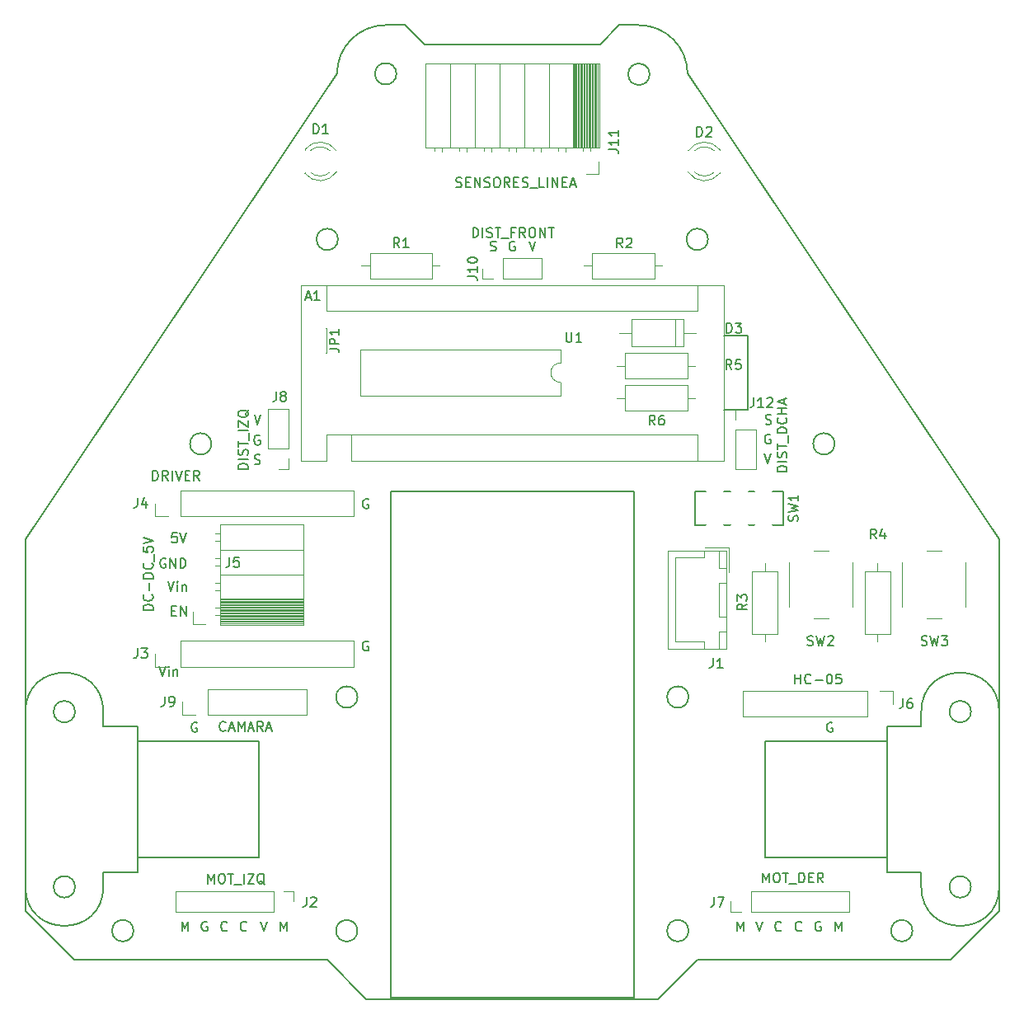
<source format=gto>
G04 #@! TF.FileFunction,Legend,Top*
%FSLAX46Y46*%
G04 Gerber Fmt 4.6, Leading zero omitted, Abs format (unit mm)*
G04 Created by KiCad (PCBNEW 4.0.6) date 08/01/17 14:17:50*
%MOMM*%
%LPD*%
G01*
G04 APERTURE LIST*
%ADD10C,0.100000*%
%ADD11C,0.150000*%
%ADD12C,0.200000*%
%ADD13C,0.120000*%
%ADD14R,2.100000X2.100000*%
%ADD15O,2.100000X2.100000*%
%ADD16R,2.000000X2.000000*%
%ADD17O,2.000000X2.000000*%
%ADD18R,2.200000X2.200000*%
%ADD19C,2.200000*%
%ADD20O,2.200000X2.200000*%
%ADD21R,2.150000X2.150000*%
%ADD22C,2.150000*%
%ADD23R,1.670000X1.370000*%
%ADD24C,2.000000*%
%ADD25C,1.800000*%
%ADD26R,2.000000X2.800000*%
%ADD27O,2.000000X2.800000*%
%ADD28C,2.400000*%
%ADD29R,1.750000X1.750000*%
%ADD30O,1.750000X1.750000*%
G04 APERTURE END LIST*
D10*
D11*
X61000000Y100000000D02*
X63000000Y100000000D01*
X37000000Y100000000D02*
X39000000Y100000000D01*
X59000000Y98000000D02*
X61000000Y100000000D01*
X41000000Y98000000D02*
X59000000Y98000000D01*
X39000000Y100000000D02*
X41000000Y98000000D01*
X100000000Y47200000D02*
X68000000Y95000000D01*
X68000000Y95000000D02*
G75*
G03X63000000Y100000000I-5000000J0D01*
G01*
X32000000Y95000000D02*
X0Y47200000D01*
X37000000Y100000000D02*
G75*
G03X32000000Y95000000I0J-5000000D01*
G01*
X83100000Y57000000D02*
G75*
G03X83100000Y57000000I-1100000J0D01*
G01*
X19100000Y57000000D02*
G75*
G03X19100000Y57000000I-1100000J0D01*
G01*
X70100000Y78000000D02*
G75*
G03X70100000Y78000000I-1100000J0D01*
G01*
X32100000Y78000000D02*
G75*
G03X32100000Y78000000I-1100000J0D01*
G01*
X74150000Y60500000D02*
X71750000Y60500000D01*
X74150000Y68100000D02*
X74150000Y60500000D01*
X71750000Y68100000D02*
X74150000Y68100000D01*
D12*
X13069048Y53247619D02*
X13069048Y54247619D01*
X13307143Y54247619D01*
X13450001Y54200000D01*
X13545239Y54104762D01*
X13592858Y54009524D01*
X13640477Y53819048D01*
X13640477Y53676190D01*
X13592858Y53485714D01*
X13545239Y53390476D01*
X13450001Y53295238D01*
X13307143Y53247619D01*
X13069048Y53247619D01*
X14640477Y53247619D02*
X14307143Y53723810D01*
X14069048Y53247619D02*
X14069048Y54247619D01*
X14450001Y54247619D01*
X14545239Y54200000D01*
X14592858Y54152381D01*
X14640477Y54057143D01*
X14640477Y53914286D01*
X14592858Y53819048D01*
X14545239Y53771429D01*
X14450001Y53723810D01*
X14069048Y53723810D01*
X15069048Y53247619D02*
X15069048Y54247619D01*
X15402381Y54247619D02*
X15735714Y53247619D01*
X16069048Y54247619D01*
X16402381Y53771429D02*
X16735715Y53771429D01*
X16878572Y53247619D02*
X16402381Y53247619D01*
X16402381Y54247619D01*
X16878572Y54247619D01*
X17878572Y53247619D02*
X17545238Y53723810D01*
X17307143Y53247619D02*
X17307143Y54247619D01*
X17688096Y54247619D01*
X17783334Y54200000D01*
X17830953Y54152381D01*
X17878572Y54057143D01*
X17878572Y53914286D01*
X17830953Y53819048D01*
X17783334Y53771429D01*
X17688096Y53723810D01*
X17307143Y53723810D01*
X47764286Y76845238D02*
X47907143Y76797619D01*
X48145239Y76797619D01*
X48240477Y76845238D01*
X48288096Y76892857D01*
X48335715Y76988095D01*
X48335715Y77083333D01*
X48288096Y77178571D01*
X48240477Y77226190D01*
X48145239Y77273810D01*
X47954762Y77321429D01*
X47859524Y77369048D01*
X47811905Y77416667D01*
X47764286Y77511905D01*
X47764286Y77607143D01*
X47811905Y77702381D01*
X47859524Y77750000D01*
X47954762Y77797619D01*
X48192858Y77797619D01*
X48335715Y77750000D01*
X50261905Y77750000D02*
X50166667Y77797619D01*
X50023810Y77797619D01*
X49880952Y77750000D01*
X49785714Y77654762D01*
X49738095Y77559524D01*
X49690476Y77369048D01*
X49690476Y77226190D01*
X49738095Y77035714D01*
X49785714Y76940476D01*
X49880952Y76845238D01*
X50023810Y76797619D01*
X50119048Y76797619D01*
X50261905Y76845238D01*
X50309524Y76892857D01*
X50309524Y77226190D01*
X50119048Y77226190D01*
X51716667Y77797619D02*
X52050000Y76797619D01*
X52383334Y77797619D01*
X75916667Y55997619D02*
X76250000Y54997619D01*
X76583334Y55997619D01*
X76511905Y57950000D02*
X76416667Y57997619D01*
X76273810Y57997619D01*
X76130952Y57950000D01*
X76035714Y57854762D01*
X75988095Y57759524D01*
X75940476Y57569048D01*
X75940476Y57426190D01*
X75988095Y57235714D01*
X76035714Y57140476D01*
X76130952Y57045238D01*
X76273810Y56997619D01*
X76369048Y56997619D01*
X76511905Y57045238D01*
X76559524Y57092857D01*
X76559524Y57426190D01*
X76369048Y57426190D01*
X76014286Y59045238D02*
X76157143Y58997619D01*
X76395239Y58997619D01*
X76490477Y59045238D01*
X76538096Y59092857D01*
X76585715Y59188095D01*
X76585715Y59283333D01*
X76538096Y59378571D01*
X76490477Y59426190D01*
X76395239Y59473810D01*
X76204762Y59521429D01*
X76109524Y59569048D01*
X76061905Y59616667D01*
X76014286Y59711905D01*
X76014286Y59807143D01*
X76061905Y59902381D01*
X76109524Y59950000D01*
X76204762Y59997619D01*
X76442858Y59997619D01*
X76585715Y59950000D01*
X23514286Y54945238D02*
X23657143Y54897619D01*
X23895239Y54897619D01*
X23990477Y54945238D01*
X24038096Y54992857D01*
X24085715Y55088095D01*
X24085715Y55183333D01*
X24038096Y55278571D01*
X23990477Y55326190D01*
X23895239Y55373810D01*
X23704762Y55421429D01*
X23609524Y55469048D01*
X23561905Y55516667D01*
X23514286Y55611905D01*
X23514286Y55707143D01*
X23561905Y55802381D01*
X23609524Y55850000D01*
X23704762Y55897619D01*
X23942858Y55897619D01*
X24085715Y55850000D01*
X23516667Y59997619D02*
X23850000Y58997619D01*
X24183334Y59997619D01*
X24061905Y57850000D02*
X23966667Y57897619D01*
X23823810Y57897619D01*
X23680952Y57850000D01*
X23585714Y57754762D01*
X23538095Y57659524D01*
X23490476Y57469048D01*
X23490476Y57326190D01*
X23538095Y57135714D01*
X23585714Y57040476D01*
X23680952Y56945238D01*
X23823810Y56897619D01*
X23919048Y56897619D01*
X24061905Y56945238D01*
X24109524Y56992857D01*
X24109524Y57326190D01*
X23919048Y57326190D01*
X82861905Y28350000D02*
X82766667Y28397619D01*
X82623810Y28397619D01*
X82480952Y28350000D01*
X82385714Y28254762D01*
X82338095Y28159524D01*
X82290476Y27969048D01*
X82290476Y27826190D01*
X82338095Y27635714D01*
X82385714Y27540476D01*
X82480952Y27445238D01*
X82623810Y27397619D01*
X82719048Y27397619D01*
X82861905Y27445238D01*
X82909524Y27492857D01*
X82909524Y27826190D01*
X82719048Y27826190D01*
X17611905Y28350000D02*
X17516667Y28397619D01*
X17373810Y28397619D01*
X17230952Y28350000D01*
X17135714Y28254762D01*
X17088095Y28159524D01*
X17040476Y27969048D01*
X17040476Y27826190D01*
X17088095Y27635714D01*
X17135714Y27540476D01*
X17230952Y27445238D01*
X17373810Y27397619D01*
X17469048Y27397619D01*
X17611905Y27445238D01*
X17659524Y27492857D01*
X17659524Y27826190D01*
X17469048Y27826190D01*
X13726191Y34147619D02*
X14059524Y33147619D01*
X14392858Y34147619D01*
X14726191Y33147619D02*
X14726191Y33814286D01*
X14726191Y34147619D02*
X14678572Y34100000D01*
X14726191Y34052381D01*
X14773810Y34100000D01*
X14726191Y34147619D01*
X14726191Y34052381D01*
X15202381Y33814286D02*
X15202381Y33147619D01*
X15202381Y33719048D02*
X15250000Y33766667D01*
X15345238Y33814286D01*
X15488096Y33814286D01*
X15583334Y33766667D01*
X15630953Y33671429D01*
X15630953Y33147619D01*
X35211905Y36700000D02*
X35116667Y36747619D01*
X34973810Y36747619D01*
X34830952Y36700000D01*
X34735714Y36604762D01*
X34688095Y36509524D01*
X34640476Y36319048D01*
X34640476Y36176190D01*
X34688095Y35985714D01*
X34735714Y35890476D01*
X34830952Y35795238D01*
X34973810Y35747619D01*
X35069048Y35747619D01*
X35211905Y35795238D01*
X35259524Y35842857D01*
X35259524Y36176190D01*
X35069048Y36176190D01*
X35211905Y51300000D02*
X35116667Y51347619D01*
X34973810Y51347619D01*
X34830952Y51300000D01*
X34735714Y51204762D01*
X34688095Y51109524D01*
X34640476Y50919048D01*
X34640476Y50776190D01*
X34688095Y50585714D01*
X34735714Y50490476D01*
X34830952Y50395238D01*
X34973810Y50347619D01*
X35069048Y50347619D01*
X35211905Y50395238D01*
X35259524Y50442857D01*
X35259524Y50776190D01*
X35069048Y50776190D01*
X15011905Y39871429D02*
X15345239Y39871429D01*
X15488096Y39347619D02*
X15011905Y39347619D01*
X15011905Y40347619D01*
X15488096Y40347619D01*
X15916667Y39347619D02*
X15916667Y40347619D01*
X16488096Y39347619D01*
X16488096Y40347619D01*
X14626191Y42847619D02*
X14959524Y41847619D01*
X15292858Y42847619D01*
X15626191Y41847619D02*
X15626191Y42514286D01*
X15626191Y42847619D02*
X15578572Y42800000D01*
X15626191Y42752381D01*
X15673810Y42800000D01*
X15626191Y42847619D01*
X15626191Y42752381D01*
X16102381Y42514286D02*
X16102381Y41847619D01*
X16102381Y42419048D02*
X16150000Y42466667D01*
X16245238Y42514286D01*
X16388096Y42514286D01*
X16483334Y42466667D01*
X16530953Y42371429D01*
X16530953Y41847619D01*
X15559524Y47847619D02*
X15083333Y47847619D01*
X15035714Y47371429D01*
X15083333Y47419048D01*
X15178571Y47466667D01*
X15416667Y47466667D01*
X15511905Y47419048D01*
X15559524Y47371429D01*
X15607143Y47276190D01*
X15607143Y47038095D01*
X15559524Y46942857D01*
X15511905Y46895238D01*
X15416667Y46847619D01*
X15178571Y46847619D01*
X15083333Y46895238D01*
X15035714Y46942857D01*
X15892857Y47847619D02*
X16226190Y46847619D01*
X16559524Y47847619D01*
X14388096Y45200000D02*
X14292858Y45247619D01*
X14150001Y45247619D01*
X14007143Y45200000D01*
X13911905Y45104762D01*
X13864286Y45009524D01*
X13816667Y44819048D01*
X13816667Y44676190D01*
X13864286Y44485714D01*
X13911905Y44390476D01*
X14007143Y44295238D01*
X14150001Y44247619D01*
X14245239Y44247619D01*
X14388096Y44295238D01*
X14435715Y44342857D01*
X14435715Y44676190D01*
X14245239Y44676190D01*
X14864286Y44247619D02*
X14864286Y45247619D01*
X15435715Y44247619D01*
X15435715Y45247619D01*
X15911905Y44247619D02*
X15911905Y45247619D01*
X16150000Y45247619D01*
X16292858Y45200000D01*
X16388096Y45104762D01*
X16435715Y45009524D01*
X16483334Y44819048D01*
X16483334Y44676190D01*
X16435715Y44485714D01*
X16388096Y44390476D01*
X16292858Y44295238D01*
X16150000Y44247619D01*
X15911905Y44247619D01*
X81661905Y7900000D02*
X81566667Y7947619D01*
X81423810Y7947619D01*
X81280952Y7900000D01*
X81185714Y7804762D01*
X81138095Y7709524D01*
X81090476Y7519048D01*
X81090476Y7376190D01*
X81138095Y7185714D01*
X81185714Y7090476D01*
X81280952Y6995238D01*
X81423810Y6947619D01*
X81519048Y6947619D01*
X81661905Y6995238D01*
X81709524Y7042857D01*
X81709524Y7376190D01*
X81519048Y7376190D01*
X79709524Y7042857D02*
X79661905Y6995238D01*
X79519048Y6947619D01*
X79423810Y6947619D01*
X79280952Y6995238D01*
X79185714Y7090476D01*
X79138095Y7185714D01*
X79090476Y7376190D01*
X79090476Y7519048D01*
X79138095Y7709524D01*
X79185714Y7804762D01*
X79280952Y7900000D01*
X79423810Y7947619D01*
X79519048Y7947619D01*
X79661905Y7900000D01*
X79709524Y7852381D01*
X77609524Y7042857D02*
X77561905Y6995238D01*
X77419048Y6947619D01*
X77323810Y6947619D01*
X77180952Y6995238D01*
X77085714Y7090476D01*
X77038095Y7185714D01*
X76990476Y7376190D01*
X76990476Y7519048D01*
X77038095Y7709524D01*
X77085714Y7804762D01*
X77180952Y7900000D01*
X77323810Y7947619D01*
X77419048Y7947619D01*
X77561905Y7900000D01*
X77609524Y7852381D01*
X75066667Y7947619D02*
X75400000Y6947619D01*
X75733334Y7947619D01*
X83166667Y6947619D02*
X83166667Y7947619D01*
X83500001Y7233333D01*
X83833334Y7947619D01*
X83833334Y6947619D01*
X73066667Y6947619D02*
X73066667Y7947619D01*
X73400001Y7233333D01*
X73733334Y7947619D01*
X73733334Y6947619D01*
X20709524Y7042857D02*
X20661905Y6995238D01*
X20519048Y6947619D01*
X20423810Y6947619D01*
X20280952Y6995238D01*
X20185714Y7090476D01*
X20138095Y7185714D01*
X20090476Y7376190D01*
X20090476Y7519048D01*
X20138095Y7709524D01*
X20185714Y7804762D01*
X20280952Y7900000D01*
X20423810Y7947619D01*
X20519048Y7947619D01*
X20661905Y7900000D01*
X20709524Y7852381D01*
X18661905Y7900000D02*
X18566667Y7947619D01*
X18423810Y7947619D01*
X18280952Y7900000D01*
X18185714Y7804762D01*
X18138095Y7709524D01*
X18090476Y7519048D01*
X18090476Y7376190D01*
X18138095Y7185714D01*
X18185714Y7090476D01*
X18280952Y6995238D01*
X18423810Y6947619D01*
X18519048Y6947619D01*
X18661905Y6995238D01*
X18709524Y7042857D01*
X18709524Y7376190D01*
X18519048Y7376190D01*
X22709524Y7042857D02*
X22661905Y6995238D01*
X22519048Y6947619D01*
X22423810Y6947619D01*
X22280952Y6995238D01*
X22185714Y7090476D01*
X22138095Y7185714D01*
X22090476Y7376190D01*
X22090476Y7519048D01*
X22138095Y7709524D01*
X22185714Y7804762D01*
X22280952Y7900000D01*
X22423810Y7947619D01*
X22519048Y7947619D01*
X22661905Y7900000D01*
X22709524Y7852381D01*
X24166667Y7947619D02*
X24500000Y6947619D01*
X24833334Y7947619D01*
X26166667Y6947619D02*
X26166667Y7947619D01*
X26500001Y7233333D01*
X26833334Y7947619D01*
X26833334Y6947619D01*
X16066667Y6947619D02*
X16066667Y7947619D01*
X16400001Y7233333D01*
X16733334Y7947619D01*
X16733334Y6947619D01*
D11*
X64100000Y94950000D02*
G75*
G03X64100000Y94950000I-1100000J0D01*
G01*
X38100000Y95000000D02*
G75*
G03X38100000Y95000000I-1100000J0D01*
G01*
X34100000Y31000000D02*
G75*
G03X34100000Y31000000I-1100000J0D01*
G01*
X68100000Y31000000D02*
G75*
G03X68100000Y31000000I-1100000J0D01*
G01*
X68100000Y7000000D02*
G75*
G03X68100000Y7000000I-1100000J0D01*
G01*
X34100000Y7000000D02*
G75*
G03X34100000Y7000000I-1100000J0D01*
G01*
X91100000Y7000000D02*
G75*
G03X91100000Y7000000I-1100000J0D01*
G01*
X11100000Y7000000D02*
G75*
G03X11100000Y7000000I-1100000J0D01*
G01*
X95000000Y4000000D02*
X100000000Y9000000D01*
X69000000Y4000000D02*
X95000000Y4000000D01*
X65000000Y0D02*
X69000000Y4000000D01*
X35000000Y0D02*
X65000000Y0D01*
X5000000Y4000000D02*
X0Y9000000D01*
X31000000Y4000000D02*
X5000000Y4000000D01*
X35000000Y0D02*
X31000000Y4000000D01*
D12*
X37500000Y52100000D02*
X37500000Y100000D01*
X62500000Y52100000D02*
X37500000Y52100000D01*
X62500000Y100000D02*
X62500000Y52100000D01*
X37500000Y100000D02*
X62500000Y100000D01*
X76000000Y14500000D02*
X88500000Y14500000D01*
X76000000Y26500000D02*
X76000000Y14500000D01*
X88500000Y26500000D02*
X76000000Y26500000D01*
X24000000Y14500000D02*
X11500000Y14500000D01*
X24000000Y26500000D02*
X24000000Y14500000D01*
X11500000Y26500000D02*
X24000000Y26500000D01*
X92000000Y28000000D02*
X92000000Y29500000D01*
X88500000Y28000000D02*
X92000000Y28000000D01*
X88500000Y13000000D02*
X88500000Y28000000D01*
X92000000Y13000000D02*
X88500000Y13000000D01*
X92000000Y11500000D02*
X92000000Y13000000D01*
X92000000Y11500000D02*
G75*
G03X100000000Y11500000I4000000J0D01*
G01*
X100000000Y29500000D02*
G75*
G03X92000000Y29500000I-4000000J0D01*
G01*
X8000000Y28000000D02*
X8000000Y29500000D01*
X11500000Y28000000D02*
X8000000Y28000000D01*
X11500000Y13000000D02*
X11500000Y28000000D01*
X8000000Y13000000D02*
X11500000Y13000000D01*
X8000000Y11500000D02*
X8000000Y13000000D01*
X0Y11500000D02*
G75*
G03X8000000Y11500000I4000000J0D01*
G01*
X8000000Y29500000D02*
G75*
G03X0Y29500000I-4000000J0D01*
G01*
D11*
X97100000Y29500000D02*
G75*
G03X97100000Y29500000I-1100000J0D01*
G01*
X97100000Y11500000D02*
G75*
G03X97100000Y11500000I-1100000J0D01*
G01*
X5100000Y11500000D02*
G75*
G03X5100000Y11500000I-1100000J0D01*
G01*
X5100000Y29500000D02*
G75*
G03X5100000Y29500000I-1100000J0D01*
G01*
X0Y47200000D02*
X0Y9000000D01*
X100000000Y9000000D02*
X100000000Y47200000D01*
D13*
X15905931Y34100000D02*
X33745931Y34100000D01*
X33745931Y34100000D02*
X33745931Y36760000D01*
X33745931Y36760000D02*
X15905931Y36760000D01*
X15905931Y36760000D02*
X15905931Y34100000D01*
X14635931Y34100000D02*
X13305931Y34100000D01*
X13305931Y34100000D02*
X13305931Y35430000D01*
X33490000Y57930000D02*
X30950000Y57930000D01*
X30950000Y57930000D02*
X30950000Y55260000D01*
X33490000Y55260000D02*
X71720000Y55260000D01*
X28280000Y55260000D02*
X30950000Y55260000D01*
X30950000Y70630000D02*
X30950000Y73300000D01*
X30950000Y70630000D02*
X69050000Y70630000D01*
X69050000Y70630000D02*
X69050000Y73300000D01*
X33490000Y57930000D02*
X33490000Y55260000D01*
X33490000Y57930000D02*
X69050000Y57930000D01*
X69050000Y57930000D02*
X69050000Y55260000D01*
X71720000Y55260000D02*
X71720000Y73300000D01*
X71720000Y73300000D02*
X28280000Y73300000D01*
X28280000Y73300000D02*
X28280000Y55260000D01*
X31942335Y87078608D02*
G75*
G03X28710000Y87235516I-1672335J-1078608D01*
G01*
X31942335Y84921392D02*
G75*
G02X28710000Y84764484I-1672335J1078608D01*
G01*
X31311130Y87079837D02*
G75*
G03X29229039Y87080000I-1041130J-1079837D01*
G01*
X31311130Y84920163D02*
G75*
G02X29229039Y84920000I-1041130J1079837D01*
G01*
X28710000Y87236000D02*
X28710000Y87080000D01*
X28710000Y84920000D02*
X28710000Y84764000D01*
X68057665Y84921392D02*
G75*
G03X71290000Y84764484I1672335J1078608D01*
G01*
X68057665Y87078608D02*
G75*
G02X71290000Y87235516I1672335J-1078608D01*
G01*
X68688870Y84920163D02*
G75*
G03X70770961Y84920000I1041130J1079837D01*
G01*
X68688870Y87079837D02*
G75*
G02X70770961Y87080000I1041130J-1079837D01*
G01*
X71290000Y84764000D02*
X71290000Y84920000D01*
X71290000Y87080000D02*
X71290000Y87236000D01*
X67580000Y66990000D02*
X67580000Y69810000D01*
X67580000Y69810000D02*
X62260000Y69810000D01*
X62260000Y69810000D02*
X62260000Y66990000D01*
X62260000Y66990000D02*
X67580000Y66990000D01*
X68920000Y68400000D02*
X67580000Y68400000D01*
X60920000Y68400000D02*
X62260000Y68400000D01*
X66740000Y66990000D02*
X66740000Y69810000D01*
X71950000Y46050000D02*
X66000000Y46050000D01*
X66000000Y46050000D02*
X66000000Y35950000D01*
X66000000Y35950000D02*
X71950000Y35950000D01*
X71950000Y35950000D02*
X71950000Y46050000D01*
X71950000Y42750000D02*
X71200000Y42750000D01*
X71200000Y42750000D02*
X71200000Y39250000D01*
X71200000Y39250000D02*
X71950000Y39250000D01*
X71950000Y39250000D02*
X71950000Y42750000D01*
X71950000Y46050000D02*
X71200000Y46050000D01*
X71200000Y46050000D02*
X71200000Y44250000D01*
X71200000Y44250000D02*
X71950000Y44250000D01*
X71950000Y44250000D02*
X71950000Y46050000D01*
X71950000Y37750000D02*
X71200000Y37750000D01*
X71200000Y37750000D02*
X71200000Y35950000D01*
X71200000Y35950000D02*
X71950000Y35950000D01*
X71950000Y35950000D02*
X71950000Y37750000D01*
X69700000Y46050000D02*
X69700000Y45300000D01*
X69700000Y45300000D02*
X66750000Y45300000D01*
X66750000Y45300000D02*
X66750000Y41000000D01*
X69700000Y35950000D02*
X69700000Y36700000D01*
X69700000Y36700000D02*
X66750000Y36700000D01*
X66750000Y36700000D02*
X66750000Y41000000D01*
X72250000Y43850000D02*
X72250000Y46350000D01*
X72250000Y46350000D02*
X69750000Y46350000D01*
X29110000Y68870000D02*
X29110000Y66330000D01*
X30890000Y66330000D02*
X30890000Y68870000D01*
X30890000Y66330000D02*
X29110000Y66330000D01*
X29110000Y68870000D02*
X30890000Y68870000D01*
X35370000Y76610000D02*
X35370000Y73990000D01*
X35370000Y73990000D02*
X41790000Y73990000D01*
X41790000Y73990000D02*
X41790000Y76610000D01*
X41790000Y76610000D02*
X35370000Y76610000D01*
X34480000Y75300000D02*
X35370000Y75300000D01*
X42680000Y75300000D02*
X41790000Y75300000D01*
X64630000Y73990000D02*
X64630000Y76610000D01*
X64630000Y76610000D02*
X58210000Y76610000D01*
X58210000Y76610000D02*
X58210000Y73990000D01*
X58210000Y73990000D02*
X64630000Y73990000D01*
X65520000Y75300000D02*
X64630000Y75300000D01*
X57320000Y75300000D02*
X58210000Y75300000D01*
X74640000Y37510000D02*
X77260000Y37510000D01*
X77260000Y37510000D02*
X77260000Y43930000D01*
X77260000Y43930000D02*
X74640000Y43930000D01*
X74640000Y43930000D02*
X74640000Y37510000D01*
X75950000Y36620000D02*
X75950000Y37510000D01*
X75950000Y44820000D02*
X75950000Y43930000D01*
X86190000Y37510000D02*
X88810000Y37510000D01*
X88810000Y37510000D02*
X88810000Y43930000D01*
X88810000Y43930000D02*
X86190000Y43930000D01*
X86190000Y43930000D02*
X86190000Y37510000D01*
X87500000Y36620000D02*
X87500000Y37510000D01*
X87500000Y44820000D02*
X87500000Y43930000D01*
X61610000Y66310000D02*
X61610000Y63690000D01*
X61610000Y63690000D02*
X68030000Y63690000D01*
X68030000Y63690000D02*
X68030000Y66310000D01*
X68030000Y66310000D02*
X61610000Y66310000D01*
X60720000Y65000000D02*
X61610000Y65000000D01*
X68920000Y65000000D02*
X68030000Y65000000D01*
X68030000Y60390000D02*
X68030000Y63010000D01*
X68030000Y63010000D02*
X61610000Y63010000D01*
X61610000Y63010000D02*
X61610000Y60390000D01*
X61610000Y60390000D02*
X68030000Y60390000D01*
X68920000Y61700000D02*
X68030000Y61700000D01*
X60720000Y61700000D02*
X61610000Y61700000D01*
D12*
X77800000Y48650000D02*
X68800000Y48650000D01*
X68800000Y48650000D02*
X68800000Y52150000D01*
X68800000Y52150000D02*
X77800000Y52150000D01*
X77800000Y52150000D02*
X77800000Y48650000D01*
D13*
X54970000Y65310000D02*
X54970000Y66680000D01*
X54970000Y66680000D02*
X34410000Y66680000D01*
X34410000Y66680000D02*
X34410000Y61940000D01*
X34410000Y61940000D02*
X54970000Y61940000D01*
X54970000Y61940000D02*
X54970000Y63310000D01*
X54970000Y63310000D02*
G75*
G02X54970000Y65310000I0J1000000D01*
G01*
X84950000Y40300000D02*
X84950000Y44800000D01*
X80950000Y39050000D02*
X82450000Y39050000D01*
X78450000Y44800000D02*
X78450000Y40300000D01*
X82450000Y46050000D02*
X80950000Y46050000D01*
X96550000Y40300000D02*
X96550000Y44800000D01*
X92550000Y39050000D02*
X94050000Y39050000D01*
X90050000Y44800000D02*
X90050000Y40300000D01*
X94050000Y46050000D02*
X92550000Y46050000D01*
X15905931Y49550839D02*
X33745931Y49550839D01*
X33745931Y49550839D02*
X33745931Y52210839D01*
X33745931Y52210839D02*
X15905931Y52210839D01*
X15905931Y52210839D02*
X15905931Y49550839D01*
X14635931Y49550839D02*
X13305931Y49550839D01*
X13305931Y49550839D02*
X13305931Y50880839D01*
X19960000Y38430000D02*
X19960000Y41030000D01*
X19960000Y41030000D02*
X28590000Y41030000D01*
X28590000Y41030000D02*
X28590000Y38430000D01*
X28590000Y38430000D02*
X19960000Y38430000D01*
X19530000Y39380000D02*
X19960000Y39380000D01*
X19530000Y40140000D02*
X19960000Y40140000D01*
X19960000Y38610000D02*
X28590000Y38610000D01*
X19960000Y38730000D02*
X28590000Y38730000D01*
X19960000Y38850000D02*
X28590000Y38850000D01*
X19960000Y38970000D02*
X28590000Y38970000D01*
X19960000Y39090000D02*
X28590000Y39090000D01*
X19960000Y39210000D02*
X28590000Y39210000D01*
X19960000Y39330000D02*
X28590000Y39330000D01*
X19960000Y39450000D02*
X28590000Y39450000D01*
X19960000Y39570000D02*
X28590000Y39570000D01*
X19960000Y39690000D02*
X28590000Y39690000D01*
X19960000Y39810000D02*
X28590000Y39810000D01*
X19960000Y39930000D02*
X28590000Y39930000D01*
X19960000Y40050000D02*
X28590000Y40050000D01*
X19960000Y40170000D02*
X28590000Y40170000D01*
X19960000Y40290000D02*
X28590000Y40290000D01*
X19960000Y40410000D02*
X28590000Y40410000D01*
X19960000Y40530000D02*
X28590000Y40530000D01*
X19960000Y40650000D02*
X28590000Y40650000D01*
X19960000Y40770000D02*
X28590000Y40770000D01*
X19960000Y40890000D02*
X28590000Y40890000D01*
X19960000Y41010000D02*
X28590000Y41010000D01*
X19960000Y41130000D02*
X28590000Y41130000D01*
X19960000Y41030000D02*
X19960000Y43570000D01*
X19960000Y43570000D02*
X28590000Y43570000D01*
X28590000Y43570000D02*
X28590000Y41030000D01*
X28590000Y41030000D02*
X19960000Y41030000D01*
X19530000Y41920000D02*
X19960000Y41920000D01*
X19530000Y42680000D02*
X19960000Y42680000D01*
X19960000Y43570000D02*
X19960000Y46110000D01*
X19960000Y46110000D02*
X28590000Y46110000D01*
X28590000Y46110000D02*
X28590000Y43570000D01*
X28590000Y43570000D02*
X19960000Y43570000D01*
X19530000Y44460000D02*
X19960000Y44460000D01*
X19530000Y45220000D02*
X19960000Y45220000D01*
X19960000Y46110000D02*
X19960000Y48710000D01*
X19960000Y48710000D02*
X28590000Y48710000D01*
X28590000Y48710000D02*
X28590000Y46110000D01*
X28590000Y46110000D02*
X19960000Y46110000D01*
X19530000Y47000000D02*
X19960000Y47000000D01*
X19530000Y47760000D02*
X19960000Y47760000D01*
X18500000Y38490000D02*
X17230000Y38490000D01*
X17230000Y38490000D02*
X17230000Y39760000D01*
X86470000Y31630000D02*
X73710000Y31630000D01*
X73710000Y31630000D02*
X73710000Y28970000D01*
X73710000Y28970000D02*
X86470000Y28970000D01*
X86470000Y28970000D02*
X86470000Y31630000D01*
X87740000Y31630000D02*
X89070000Y31630000D01*
X89070000Y31630000D02*
X89070000Y30300000D01*
X18690000Y29170000D02*
X28910000Y29170000D01*
X28910000Y29170000D02*
X28910000Y31830000D01*
X28910000Y31830000D02*
X18690000Y31830000D01*
X18690000Y31830000D02*
X18690000Y29170000D01*
X17420000Y29170000D02*
X16090000Y29170000D01*
X16090000Y29170000D02*
X16090000Y30500000D01*
X25500000Y11060000D02*
X15440000Y11060000D01*
X15440000Y11060000D02*
X15440000Y8940000D01*
X15440000Y8940000D02*
X25500000Y8940000D01*
X25500000Y8940000D02*
X25500000Y11060000D01*
X26500000Y11060000D02*
X27560000Y11060000D01*
X27560000Y11060000D02*
X27560000Y10000000D01*
X74500000Y8940000D02*
X84560000Y8940000D01*
X84560000Y8940000D02*
X84560000Y11060000D01*
X84560000Y11060000D02*
X74500000Y11060000D01*
X74500000Y11060000D02*
X74500000Y8940000D01*
X73500000Y8940000D02*
X72440000Y8940000D01*
X72440000Y8940000D02*
X72440000Y10000000D01*
X27060000Y56500000D02*
X27060000Y60560000D01*
X27060000Y60560000D02*
X24940000Y60560000D01*
X24940000Y60560000D02*
X24940000Y56500000D01*
X24940000Y56500000D02*
X27060000Y56500000D01*
X27060000Y55500000D02*
X27060000Y54440000D01*
X27060000Y54440000D02*
X26000000Y54440000D01*
X49000000Y73940000D02*
X53060000Y73940000D01*
X53060000Y73940000D02*
X53060000Y76060000D01*
X53060000Y76060000D02*
X49000000Y76060000D01*
X49000000Y76060000D02*
X49000000Y73940000D01*
X48000000Y73940000D02*
X46940000Y73940000D01*
X46940000Y73940000D02*
X46940000Y75000000D01*
X72940000Y58500000D02*
X72940000Y54440000D01*
X72940000Y54440000D02*
X75060000Y54440000D01*
X75060000Y54440000D02*
X75060000Y58500000D01*
X75060000Y58500000D02*
X72940000Y58500000D01*
X72940000Y59500000D02*
X72940000Y60560000D01*
X72940000Y60560000D02*
X74000000Y60560000D01*
X58950000Y87460000D02*
X56350000Y87460000D01*
X56350000Y87460000D02*
X56350000Y96090000D01*
X56350000Y96090000D02*
X58950000Y96090000D01*
X58950000Y96090000D02*
X58950000Y87460000D01*
X58000000Y87030000D02*
X58000000Y87460000D01*
X57240000Y87030000D02*
X57240000Y87460000D01*
X58770000Y87460000D02*
X58770000Y96090000D01*
X58650000Y87460000D02*
X58650000Y96090000D01*
X58530000Y87460000D02*
X58530000Y96090000D01*
X58410000Y87460000D02*
X58410000Y96090000D01*
X58290000Y87460000D02*
X58290000Y96090000D01*
X58170000Y87460000D02*
X58170000Y96090000D01*
X58050000Y87460000D02*
X58050000Y96090000D01*
X57930000Y87460000D02*
X57930000Y96090000D01*
X57810000Y87460000D02*
X57810000Y96090000D01*
X57690000Y87460000D02*
X57690000Y96090000D01*
X57570000Y87460000D02*
X57570000Y96090000D01*
X57450000Y87460000D02*
X57450000Y96090000D01*
X57330000Y87460000D02*
X57330000Y96090000D01*
X57210000Y87460000D02*
X57210000Y96090000D01*
X57090000Y87460000D02*
X57090000Y96090000D01*
X56970000Y87460000D02*
X56970000Y96090000D01*
X56850000Y87460000D02*
X56850000Y96090000D01*
X56730000Y87460000D02*
X56730000Y96090000D01*
X56610000Y87460000D02*
X56610000Y96090000D01*
X56490000Y87460000D02*
X56490000Y96090000D01*
X56370000Y87460000D02*
X56370000Y96090000D01*
X56250000Y87460000D02*
X56250000Y96090000D01*
X56350000Y87460000D02*
X53810000Y87460000D01*
X53810000Y87460000D02*
X53810000Y96090000D01*
X53810000Y96090000D02*
X56350000Y96090000D01*
X56350000Y96090000D02*
X56350000Y87460000D01*
X55460000Y87030000D02*
X55460000Y87460000D01*
X54700000Y87030000D02*
X54700000Y87460000D01*
X53810000Y87460000D02*
X51270000Y87460000D01*
X51270000Y87460000D02*
X51270000Y96090000D01*
X51270000Y96090000D02*
X53810000Y96090000D01*
X53810000Y96090000D02*
X53810000Y87460000D01*
X52920000Y87030000D02*
X52920000Y87460000D01*
X52160000Y87030000D02*
X52160000Y87460000D01*
X51270000Y87460000D02*
X48730000Y87460000D01*
X48730000Y87460000D02*
X48730000Y96090000D01*
X48730000Y96090000D02*
X51270000Y96090000D01*
X51270000Y96090000D02*
X51270000Y87460000D01*
X50380000Y87030000D02*
X50380000Y87460000D01*
X49620000Y87030000D02*
X49620000Y87460000D01*
X48730000Y87460000D02*
X46190000Y87460000D01*
X46190000Y87460000D02*
X46190000Y96090000D01*
X46190000Y96090000D02*
X48730000Y96090000D01*
X48730000Y96090000D02*
X48730000Y87460000D01*
X47840000Y87030000D02*
X47840000Y87460000D01*
X47080000Y87030000D02*
X47080000Y87460000D01*
X46190000Y87460000D02*
X43650000Y87460000D01*
X43650000Y87460000D02*
X43650000Y96090000D01*
X43650000Y96090000D02*
X46190000Y96090000D01*
X46190000Y96090000D02*
X46190000Y87460000D01*
X45300000Y87030000D02*
X45300000Y87460000D01*
X44540000Y87030000D02*
X44540000Y87460000D01*
X43650000Y87460000D02*
X41050000Y87460000D01*
X41050000Y87460000D02*
X41050000Y96090000D01*
X41050000Y96090000D02*
X43650000Y96090000D01*
X43650000Y96090000D02*
X43650000Y87460000D01*
X42760000Y87030000D02*
X42760000Y87460000D01*
X42000000Y87030000D02*
X42000000Y87460000D01*
X58890000Y86000000D02*
X58890000Y84730000D01*
X58890000Y84730000D02*
X57620000Y84730000D01*
D11*
X11516667Y35996780D02*
X11516667Y35282494D01*
X11469047Y35139637D01*
X11373809Y35044399D01*
X11230952Y34996780D01*
X11135714Y34996780D01*
X11897619Y35996780D02*
X12516667Y35996780D01*
X12183333Y35615828D01*
X12326191Y35615828D01*
X12421429Y35568209D01*
X12469048Y35520590D01*
X12516667Y35425351D01*
X12516667Y35187256D01*
X12469048Y35092018D01*
X12421429Y35044399D01*
X12326191Y34996780D01*
X12040476Y34996780D01*
X11945238Y35044399D01*
X11897619Y35092018D01*
X28785714Y72033333D02*
X29261905Y72033333D01*
X28690476Y71747619D02*
X29023809Y72747619D01*
X29357143Y71747619D01*
X30214286Y71747619D02*
X29642857Y71747619D01*
X29928571Y71747619D02*
X29928571Y72747619D01*
X29833333Y72604762D01*
X29738095Y72509524D01*
X29642857Y72461905D01*
X29561905Y88847619D02*
X29561905Y89847619D01*
X29800000Y89847619D01*
X29942858Y89800000D01*
X30038096Y89704762D01*
X30085715Y89609524D01*
X30133334Y89419048D01*
X30133334Y89276190D01*
X30085715Y89085714D01*
X30038096Y88990476D01*
X29942858Y88895238D01*
X29800000Y88847619D01*
X29561905Y88847619D01*
X31085715Y88847619D02*
X30514286Y88847619D01*
X30800000Y88847619D02*
X30800000Y89847619D01*
X30704762Y89704762D01*
X30609524Y89609524D01*
X30514286Y89561905D01*
X68961905Y88547619D02*
X68961905Y89547619D01*
X69200000Y89547619D01*
X69342858Y89500000D01*
X69438096Y89404762D01*
X69485715Y89309524D01*
X69533334Y89119048D01*
X69533334Y88976190D01*
X69485715Y88785714D01*
X69438096Y88690476D01*
X69342858Y88595238D01*
X69200000Y88547619D01*
X68961905Y88547619D01*
X69914286Y89452381D02*
X69961905Y89500000D01*
X70057143Y89547619D01*
X70295239Y89547619D01*
X70390477Y89500000D01*
X70438096Y89452381D01*
X70485715Y89357143D01*
X70485715Y89261905D01*
X70438096Y89119048D01*
X69866667Y88547619D01*
X70485715Y88547619D01*
X72011905Y68397619D02*
X72011905Y69397619D01*
X72250000Y69397619D01*
X72392858Y69350000D01*
X72488096Y69254762D01*
X72535715Y69159524D01*
X72583334Y68969048D01*
X72583334Y68826190D01*
X72535715Y68635714D01*
X72488096Y68540476D01*
X72392858Y68445238D01*
X72250000Y68397619D01*
X72011905Y68397619D01*
X72916667Y69397619D02*
X73535715Y69397619D01*
X73202381Y69016667D01*
X73345239Y69016667D01*
X73440477Y68969048D01*
X73488096Y68921429D01*
X73535715Y68826190D01*
X73535715Y68588095D01*
X73488096Y68492857D01*
X73440477Y68445238D01*
X73345239Y68397619D01*
X73059524Y68397619D01*
X72964286Y68445238D01*
X72916667Y68492857D01*
X70616667Y34997619D02*
X70616667Y34283333D01*
X70569047Y34140476D01*
X70473809Y34045238D01*
X70330952Y33997619D01*
X70235714Y33997619D01*
X71616667Y33997619D02*
X71045238Y33997619D01*
X71330952Y33997619D02*
X71330952Y34997619D01*
X71235714Y34854762D01*
X71140476Y34759524D01*
X71045238Y34711905D01*
X31232381Y66766667D02*
X31946667Y66766667D01*
X32089524Y66719047D01*
X32184762Y66623809D01*
X32232381Y66480952D01*
X32232381Y66385714D01*
X32232381Y67242857D02*
X31232381Y67242857D01*
X31232381Y67623810D01*
X31280000Y67719048D01*
X31327619Y67766667D01*
X31422857Y67814286D01*
X31565714Y67814286D01*
X31660952Y67766667D01*
X31708571Y67719048D01*
X31756190Y67623810D01*
X31756190Y67242857D01*
X32232381Y68766667D02*
X32232381Y68195238D01*
X32232381Y68480952D02*
X31232381Y68480952D01*
X31375238Y68385714D01*
X31470476Y68290476D01*
X31518095Y68195238D01*
X38413334Y77157619D02*
X38080000Y77633810D01*
X37841905Y77157619D02*
X37841905Y78157619D01*
X38222858Y78157619D01*
X38318096Y78110000D01*
X38365715Y78062381D01*
X38413334Y77967143D01*
X38413334Y77824286D01*
X38365715Y77729048D01*
X38318096Y77681429D01*
X38222858Y77633810D01*
X37841905Y77633810D01*
X39365715Y77157619D02*
X38794286Y77157619D01*
X39080000Y77157619D02*
X39080000Y78157619D01*
X38984762Y78014762D01*
X38889524Y77919524D01*
X38794286Y77871905D01*
X61323334Y77147619D02*
X60990000Y77623810D01*
X60751905Y77147619D02*
X60751905Y78147619D01*
X61132858Y78147619D01*
X61228096Y78100000D01*
X61275715Y78052381D01*
X61323334Y77957143D01*
X61323334Y77814286D01*
X61275715Y77719048D01*
X61228096Y77671429D01*
X61132858Y77623810D01*
X60751905Y77623810D01*
X61704286Y78052381D02*
X61751905Y78100000D01*
X61847143Y78147619D01*
X62085239Y78147619D01*
X62180477Y78100000D01*
X62228096Y78052381D01*
X62275715Y77957143D01*
X62275715Y77861905D01*
X62228096Y77719048D01*
X61656667Y77147619D01*
X62275715Y77147619D01*
X74092381Y40553334D02*
X73616190Y40220000D01*
X74092381Y39981905D02*
X73092381Y39981905D01*
X73092381Y40362858D01*
X73140000Y40458096D01*
X73187619Y40505715D01*
X73282857Y40553334D01*
X73425714Y40553334D01*
X73520952Y40505715D01*
X73568571Y40458096D01*
X73616190Y40362858D01*
X73616190Y39981905D01*
X73092381Y40886667D02*
X73092381Y41505715D01*
X73473333Y41172381D01*
X73473333Y41315239D01*
X73520952Y41410477D01*
X73568571Y41458096D01*
X73663810Y41505715D01*
X73901905Y41505715D01*
X73997143Y41458096D01*
X74044762Y41410477D01*
X74092381Y41315239D01*
X74092381Y41029524D01*
X74044762Y40934286D01*
X73997143Y40886667D01*
X87383334Y47247619D02*
X87050000Y47723810D01*
X86811905Y47247619D02*
X86811905Y48247619D01*
X87192858Y48247619D01*
X87288096Y48200000D01*
X87335715Y48152381D01*
X87383334Y48057143D01*
X87383334Y47914286D01*
X87335715Y47819048D01*
X87288096Y47771429D01*
X87192858Y47723810D01*
X86811905Y47723810D01*
X88240477Y47914286D02*
X88240477Y47247619D01*
X88002381Y48295238D02*
X87764286Y47580952D01*
X88383334Y47580952D01*
X72533334Y64647619D02*
X72200000Y65123810D01*
X71961905Y64647619D02*
X71961905Y65647619D01*
X72342858Y65647619D01*
X72438096Y65600000D01*
X72485715Y65552381D01*
X72533334Y65457143D01*
X72533334Y65314286D01*
X72485715Y65219048D01*
X72438096Y65171429D01*
X72342858Y65123810D01*
X71961905Y65123810D01*
X73438096Y65647619D02*
X72961905Y65647619D01*
X72914286Y65171429D01*
X72961905Y65219048D01*
X73057143Y65266667D01*
X73295239Y65266667D01*
X73390477Y65219048D01*
X73438096Y65171429D01*
X73485715Y65076190D01*
X73485715Y64838095D01*
X73438096Y64742857D01*
X73390477Y64695238D01*
X73295239Y64647619D01*
X73057143Y64647619D01*
X72961905Y64695238D01*
X72914286Y64742857D01*
X64653334Y58937619D02*
X64320000Y59413810D01*
X64081905Y58937619D02*
X64081905Y59937619D01*
X64462858Y59937619D01*
X64558096Y59890000D01*
X64605715Y59842381D01*
X64653334Y59747143D01*
X64653334Y59604286D01*
X64605715Y59509048D01*
X64558096Y59461429D01*
X64462858Y59413810D01*
X64081905Y59413810D01*
X65510477Y59937619D02*
X65320000Y59937619D01*
X65224762Y59890000D01*
X65177143Y59842381D01*
X65081905Y59699524D01*
X65034286Y59509048D01*
X65034286Y59128095D01*
X65081905Y59032857D01*
X65129524Y58985238D01*
X65224762Y58937619D01*
X65415239Y58937619D01*
X65510477Y58985238D01*
X65558096Y59032857D01*
X65605715Y59128095D01*
X65605715Y59366190D01*
X65558096Y59461429D01*
X65510477Y59509048D01*
X65415239Y59556667D01*
X65224762Y59556667D01*
X65129524Y59509048D01*
X65081905Y59461429D01*
X65034286Y59366190D01*
X79304762Y49066667D02*
X79352381Y49209524D01*
X79352381Y49447620D01*
X79304762Y49542858D01*
X79257143Y49590477D01*
X79161905Y49638096D01*
X79066667Y49638096D01*
X78971429Y49590477D01*
X78923810Y49542858D01*
X78876190Y49447620D01*
X78828571Y49257143D01*
X78780952Y49161905D01*
X78733333Y49114286D01*
X78638095Y49066667D01*
X78542857Y49066667D01*
X78447619Y49114286D01*
X78400000Y49161905D01*
X78352381Y49257143D01*
X78352381Y49495239D01*
X78400000Y49638096D01*
X78352381Y49971429D02*
X79352381Y50209524D01*
X78638095Y50400001D01*
X79352381Y50590477D01*
X78352381Y50828572D01*
X79352381Y51733334D02*
X79352381Y51161905D01*
X79352381Y51447619D02*
X78352381Y51447619D01*
X78495238Y51352381D01*
X78590476Y51257143D01*
X78638095Y51161905D01*
X55538095Y68447619D02*
X55538095Y67638095D01*
X55585714Y67542857D01*
X55633333Y67495238D01*
X55728571Y67447619D01*
X55919048Y67447619D01*
X56014286Y67495238D01*
X56061905Y67542857D01*
X56109524Y67638095D01*
X56109524Y68447619D01*
X57109524Y67447619D02*
X56538095Y67447619D01*
X56823809Y67447619D02*
X56823809Y68447619D01*
X56728571Y68304762D01*
X56633333Y68209524D01*
X56538095Y68161905D01*
X80316667Y36345238D02*
X80459524Y36297619D01*
X80697620Y36297619D01*
X80792858Y36345238D01*
X80840477Y36392857D01*
X80888096Y36488095D01*
X80888096Y36583333D01*
X80840477Y36678571D01*
X80792858Y36726190D01*
X80697620Y36773810D01*
X80507143Y36821429D01*
X80411905Y36869048D01*
X80364286Y36916667D01*
X80316667Y37011905D01*
X80316667Y37107143D01*
X80364286Y37202381D01*
X80411905Y37250000D01*
X80507143Y37297619D01*
X80745239Y37297619D01*
X80888096Y37250000D01*
X81221429Y37297619D02*
X81459524Y36297619D01*
X81650001Y37011905D01*
X81840477Y36297619D01*
X82078572Y37297619D01*
X82411905Y37202381D02*
X82459524Y37250000D01*
X82554762Y37297619D01*
X82792858Y37297619D01*
X82888096Y37250000D01*
X82935715Y37202381D01*
X82983334Y37107143D01*
X82983334Y37011905D01*
X82935715Y36869048D01*
X82364286Y36297619D01*
X82983334Y36297619D01*
X92016667Y36345238D02*
X92159524Y36297619D01*
X92397620Y36297619D01*
X92492858Y36345238D01*
X92540477Y36392857D01*
X92588096Y36488095D01*
X92588096Y36583333D01*
X92540477Y36678571D01*
X92492858Y36726190D01*
X92397620Y36773810D01*
X92207143Y36821429D01*
X92111905Y36869048D01*
X92064286Y36916667D01*
X92016667Y37011905D01*
X92016667Y37107143D01*
X92064286Y37202381D01*
X92111905Y37250000D01*
X92207143Y37297619D01*
X92445239Y37297619D01*
X92588096Y37250000D01*
X92921429Y37297619D02*
X93159524Y36297619D01*
X93350001Y37011905D01*
X93540477Y36297619D01*
X93778572Y37297619D01*
X94064286Y37297619D02*
X94683334Y37297619D01*
X94350000Y36916667D01*
X94492858Y36916667D01*
X94588096Y36869048D01*
X94635715Y36821429D01*
X94683334Y36726190D01*
X94683334Y36488095D01*
X94635715Y36392857D01*
X94588096Y36345238D01*
X94492858Y36297619D01*
X94207143Y36297619D01*
X94111905Y36345238D01*
X94064286Y36392857D01*
X11516667Y51447619D02*
X11516667Y50733333D01*
X11469047Y50590476D01*
X11373809Y50495238D01*
X11230952Y50447619D01*
X11135714Y50447619D01*
X12421429Y51114286D02*
X12421429Y50447619D01*
X12183333Y51495238D02*
X11945238Y50780952D01*
X12564286Y50780952D01*
X20966667Y45347619D02*
X20966667Y44633333D01*
X20919047Y44490476D01*
X20823809Y44395238D01*
X20680952Y44347619D01*
X20585714Y44347619D01*
X21919048Y45347619D02*
X21442857Y45347619D01*
X21395238Y44871429D01*
X21442857Y44919048D01*
X21538095Y44966667D01*
X21776191Y44966667D01*
X21871429Y44919048D01*
X21919048Y44871429D01*
X21966667Y44776190D01*
X21966667Y44538095D01*
X21919048Y44442857D01*
X21871429Y44395238D01*
X21776191Y44347619D01*
X21538095Y44347619D01*
X21442857Y44395238D01*
X21395238Y44442857D01*
X13102381Y39933333D02*
X12102381Y39933333D01*
X12102381Y40171428D01*
X12150000Y40314286D01*
X12245238Y40409524D01*
X12340476Y40457143D01*
X12530952Y40504762D01*
X12673810Y40504762D01*
X12864286Y40457143D01*
X12959524Y40409524D01*
X13054762Y40314286D01*
X13102381Y40171428D01*
X13102381Y39933333D01*
X13007143Y41504762D02*
X13054762Y41457143D01*
X13102381Y41314286D01*
X13102381Y41219048D01*
X13054762Y41076190D01*
X12959524Y40980952D01*
X12864286Y40933333D01*
X12673810Y40885714D01*
X12530952Y40885714D01*
X12340476Y40933333D01*
X12245238Y40980952D01*
X12150000Y41076190D01*
X12102381Y41219048D01*
X12102381Y41314286D01*
X12150000Y41457143D01*
X12197619Y41504762D01*
X12721429Y41933333D02*
X12721429Y42695238D01*
X13102381Y43171428D02*
X12102381Y43171428D01*
X12102381Y43409523D01*
X12150000Y43552381D01*
X12245238Y43647619D01*
X12340476Y43695238D01*
X12530952Y43742857D01*
X12673810Y43742857D01*
X12864286Y43695238D01*
X12959524Y43647619D01*
X13054762Y43552381D01*
X13102381Y43409523D01*
X13102381Y43171428D01*
X13007143Y44742857D02*
X13054762Y44695238D01*
X13102381Y44552381D01*
X13102381Y44457143D01*
X13054762Y44314285D01*
X12959524Y44219047D01*
X12864286Y44171428D01*
X12673810Y44123809D01*
X12530952Y44123809D01*
X12340476Y44171428D01*
X12245238Y44219047D01*
X12150000Y44314285D01*
X12102381Y44457143D01*
X12102381Y44552381D01*
X12150000Y44695238D01*
X12197619Y44742857D01*
X13197619Y44933333D02*
X13197619Y45695238D01*
X12102381Y46409524D02*
X12102381Y45933333D01*
X12578571Y45885714D01*
X12530952Y45933333D01*
X12483333Y46028571D01*
X12483333Y46266667D01*
X12530952Y46361905D01*
X12578571Y46409524D01*
X12673810Y46457143D01*
X12911905Y46457143D01*
X13007143Y46409524D01*
X13054762Y46361905D01*
X13102381Y46266667D01*
X13102381Y46028571D01*
X13054762Y45933333D01*
X13007143Y45885714D01*
X12102381Y46742857D02*
X13102381Y47076190D01*
X12102381Y47409524D01*
X90116667Y30847619D02*
X90116667Y30133333D01*
X90069047Y29990476D01*
X89973809Y29895238D01*
X89830952Y29847619D01*
X89735714Y29847619D01*
X91021429Y30847619D02*
X90830952Y30847619D01*
X90735714Y30800000D01*
X90688095Y30752381D01*
X90592857Y30609524D01*
X90545238Y30419048D01*
X90545238Y30038095D01*
X90592857Y29942857D01*
X90640476Y29895238D01*
X90735714Y29847619D01*
X90926191Y29847619D01*
X91021429Y29895238D01*
X91069048Y29942857D01*
X91116667Y30038095D01*
X91116667Y30276190D01*
X91069048Y30371429D01*
X91021429Y30419048D01*
X90926191Y30466667D01*
X90735714Y30466667D01*
X90640476Y30419048D01*
X90592857Y30371429D01*
X90545238Y30276190D01*
X79042857Y32347619D02*
X79042857Y33347619D01*
X79042857Y32871429D02*
X79614286Y32871429D01*
X79614286Y32347619D02*
X79614286Y33347619D01*
X80661905Y32442857D02*
X80614286Y32395238D01*
X80471429Y32347619D01*
X80376191Y32347619D01*
X80233333Y32395238D01*
X80138095Y32490476D01*
X80090476Y32585714D01*
X80042857Y32776190D01*
X80042857Y32919048D01*
X80090476Y33109524D01*
X80138095Y33204762D01*
X80233333Y33300000D01*
X80376191Y33347619D01*
X80471429Y33347619D01*
X80614286Y33300000D01*
X80661905Y33252381D01*
X81090476Y32728571D02*
X81852381Y32728571D01*
X82519047Y33347619D02*
X82614286Y33347619D01*
X82709524Y33300000D01*
X82757143Y33252381D01*
X82804762Y33157143D01*
X82852381Y32966667D01*
X82852381Y32728571D01*
X82804762Y32538095D01*
X82757143Y32442857D01*
X82709524Y32395238D01*
X82614286Y32347619D01*
X82519047Y32347619D01*
X82423809Y32395238D01*
X82376190Y32442857D01*
X82328571Y32538095D01*
X82280952Y32728571D01*
X82280952Y32966667D01*
X82328571Y33157143D01*
X82376190Y33252381D01*
X82423809Y33300000D01*
X82519047Y33347619D01*
X83757143Y33347619D02*
X83280952Y33347619D01*
X83233333Y32871429D01*
X83280952Y32919048D01*
X83376190Y32966667D01*
X83614286Y32966667D01*
X83709524Y32919048D01*
X83757143Y32871429D01*
X83804762Y32776190D01*
X83804762Y32538095D01*
X83757143Y32442857D01*
X83709524Y32395238D01*
X83614286Y32347619D01*
X83376190Y32347619D01*
X83280952Y32395238D01*
X83233333Y32442857D01*
X14316667Y31047619D02*
X14316667Y30333333D01*
X14269047Y30190476D01*
X14173809Y30095238D01*
X14030952Y30047619D01*
X13935714Y30047619D01*
X14840476Y30047619D02*
X15030952Y30047619D01*
X15126191Y30095238D01*
X15173810Y30142857D01*
X15269048Y30285714D01*
X15316667Y30476190D01*
X15316667Y30857143D01*
X15269048Y30952381D01*
X15221429Y31000000D01*
X15126191Y31047619D01*
X14935714Y31047619D01*
X14840476Y31000000D01*
X14792857Y30952381D01*
X14745238Y30857143D01*
X14745238Y30619048D01*
X14792857Y30523810D01*
X14840476Y30476190D01*
X14935714Y30428571D01*
X15126191Y30428571D01*
X15221429Y30476190D01*
X15269048Y30523810D01*
X15316667Y30619048D01*
X20552381Y27592857D02*
X20504762Y27545238D01*
X20361905Y27497619D01*
X20266667Y27497619D01*
X20123809Y27545238D01*
X20028571Y27640476D01*
X19980952Y27735714D01*
X19933333Y27926190D01*
X19933333Y28069048D01*
X19980952Y28259524D01*
X20028571Y28354762D01*
X20123809Y28450000D01*
X20266667Y28497619D01*
X20361905Y28497619D01*
X20504762Y28450000D01*
X20552381Y28402381D01*
X20933333Y27783333D02*
X21409524Y27783333D01*
X20838095Y27497619D02*
X21171428Y28497619D01*
X21504762Y27497619D01*
X21838095Y27497619D02*
X21838095Y28497619D01*
X22171429Y27783333D01*
X22504762Y28497619D01*
X22504762Y27497619D01*
X22933333Y27783333D02*
X23409524Y27783333D01*
X22838095Y27497619D02*
X23171428Y28497619D01*
X23504762Y27497619D01*
X24409524Y27497619D02*
X24076190Y27973810D01*
X23838095Y27497619D02*
X23838095Y28497619D01*
X24219048Y28497619D01*
X24314286Y28450000D01*
X24361905Y28402381D01*
X24409524Y28307143D01*
X24409524Y28164286D01*
X24361905Y28069048D01*
X24314286Y28021429D01*
X24219048Y27973810D01*
X23838095Y27973810D01*
X24790476Y27783333D02*
X25266667Y27783333D01*
X24695238Y27497619D02*
X25028571Y28497619D01*
X25361905Y27497619D01*
X28866667Y10447619D02*
X28866667Y9733333D01*
X28819047Y9590476D01*
X28723809Y9495238D01*
X28580952Y9447619D01*
X28485714Y9447619D01*
X29295238Y10352381D02*
X29342857Y10400000D01*
X29438095Y10447619D01*
X29676191Y10447619D01*
X29771429Y10400000D01*
X29819048Y10352381D01*
X29866667Y10257143D01*
X29866667Y10161905D01*
X29819048Y10019048D01*
X29247619Y9447619D01*
X29866667Y9447619D01*
X18742857Y11847619D02*
X18742857Y12847619D01*
X19076191Y12133333D01*
X19409524Y12847619D01*
X19409524Y11847619D01*
X20076190Y12847619D02*
X20266667Y12847619D01*
X20361905Y12800000D01*
X20457143Y12704762D01*
X20504762Y12514286D01*
X20504762Y12180952D01*
X20457143Y11990476D01*
X20361905Y11895238D01*
X20266667Y11847619D01*
X20076190Y11847619D01*
X19980952Y11895238D01*
X19885714Y11990476D01*
X19838095Y12180952D01*
X19838095Y12514286D01*
X19885714Y12704762D01*
X19980952Y12800000D01*
X20076190Y12847619D01*
X20790476Y12847619D02*
X21361905Y12847619D01*
X21076190Y11847619D02*
X21076190Y12847619D01*
X21457143Y11752381D02*
X22219048Y11752381D01*
X22457143Y11847619D02*
X22457143Y12847619D01*
X22838095Y12847619D02*
X23504762Y12847619D01*
X22838095Y11847619D01*
X23504762Y11847619D01*
X24552381Y11752381D02*
X24457143Y11800000D01*
X24361905Y11895238D01*
X24219048Y12038095D01*
X24123809Y12085714D01*
X24028571Y12085714D01*
X24076190Y11847619D02*
X23980952Y11895238D01*
X23885714Y11990476D01*
X23838095Y12180952D01*
X23838095Y12514286D01*
X23885714Y12704762D01*
X23980952Y12800000D01*
X24076190Y12847619D01*
X24266667Y12847619D01*
X24361905Y12800000D01*
X24457143Y12704762D01*
X24504762Y12514286D01*
X24504762Y12180952D01*
X24457143Y11990476D01*
X24361905Y11895238D01*
X24266667Y11847619D01*
X24076190Y11847619D01*
X70716667Y10447619D02*
X70716667Y9733333D01*
X70669047Y9590476D01*
X70573809Y9495238D01*
X70430952Y9447619D01*
X70335714Y9447619D01*
X71097619Y10447619D02*
X71764286Y10447619D01*
X71335714Y9447619D01*
X75728571Y11947619D02*
X75728571Y12947619D01*
X76061905Y12233333D01*
X76395238Y12947619D01*
X76395238Y11947619D01*
X77061904Y12947619D02*
X77252381Y12947619D01*
X77347619Y12900000D01*
X77442857Y12804762D01*
X77490476Y12614286D01*
X77490476Y12280952D01*
X77442857Y12090476D01*
X77347619Y11995238D01*
X77252381Y11947619D01*
X77061904Y11947619D01*
X76966666Y11995238D01*
X76871428Y12090476D01*
X76823809Y12280952D01*
X76823809Y12614286D01*
X76871428Y12804762D01*
X76966666Y12900000D01*
X77061904Y12947619D01*
X77776190Y12947619D02*
X78347619Y12947619D01*
X78061904Y11947619D02*
X78061904Y12947619D01*
X78442857Y11852381D02*
X79204762Y11852381D01*
X79442857Y11947619D02*
X79442857Y12947619D01*
X79680952Y12947619D01*
X79823810Y12900000D01*
X79919048Y12804762D01*
X79966667Y12709524D01*
X80014286Y12519048D01*
X80014286Y12376190D01*
X79966667Y12185714D01*
X79919048Y12090476D01*
X79823810Y11995238D01*
X79680952Y11947619D01*
X79442857Y11947619D01*
X80442857Y12471429D02*
X80776191Y12471429D01*
X80919048Y11947619D02*
X80442857Y11947619D01*
X80442857Y12947619D01*
X80919048Y12947619D01*
X81919048Y11947619D02*
X81585714Y12423810D01*
X81347619Y11947619D02*
X81347619Y12947619D01*
X81728572Y12947619D01*
X81823810Y12900000D01*
X81871429Y12852381D01*
X81919048Y12757143D01*
X81919048Y12614286D01*
X81871429Y12519048D01*
X81823810Y12471429D01*
X81728572Y12423810D01*
X81347619Y12423810D01*
X25766667Y62347619D02*
X25766667Y61633333D01*
X25719047Y61490476D01*
X25623809Y61395238D01*
X25480952Y61347619D01*
X25385714Y61347619D01*
X26385714Y61919048D02*
X26290476Y61966667D01*
X26242857Y62014286D01*
X26195238Y62109524D01*
X26195238Y62157143D01*
X26242857Y62252381D01*
X26290476Y62300000D01*
X26385714Y62347619D01*
X26576191Y62347619D01*
X26671429Y62300000D01*
X26719048Y62252381D01*
X26766667Y62157143D01*
X26766667Y62109524D01*
X26719048Y62014286D01*
X26671429Y61966667D01*
X26576191Y61919048D01*
X26385714Y61919048D01*
X26290476Y61871429D01*
X26242857Y61823810D01*
X26195238Y61728571D01*
X26195238Y61538095D01*
X26242857Y61442857D01*
X26290476Y61395238D01*
X26385714Y61347619D01*
X26576191Y61347619D01*
X26671429Y61395238D01*
X26719048Y61442857D01*
X26766667Y61538095D01*
X26766667Y61728571D01*
X26719048Y61823810D01*
X26671429Y61871429D01*
X26576191Y61919048D01*
X22852381Y54423810D02*
X21852381Y54423810D01*
X21852381Y54661905D01*
X21900000Y54804763D01*
X21995238Y54900001D01*
X22090476Y54947620D01*
X22280952Y54995239D01*
X22423810Y54995239D01*
X22614286Y54947620D01*
X22709524Y54900001D01*
X22804762Y54804763D01*
X22852381Y54661905D01*
X22852381Y54423810D01*
X22852381Y55423810D02*
X21852381Y55423810D01*
X22804762Y55852381D02*
X22852381Y55995238D01*
X22852381Y56233334D01*
X22804762Y56328572D01*
X22757143Y56376191D01*
X22661905Y56423810D01*
X22566667Y56423810D01*
X22471429Y56376191D01*
X22423810Y56328572D01*
X22376190Y56233334D01*
X22328571Y56042857D01*
X22280952Y55947619D01*
X22233333Y55900000D01*
X22138095Y55852381D01*
X22042857Y55852381D01*
X21947619Y55900000D01*
X21900000Y55947619D01*
X21852381Y56042857D01*
X21852381Y56280953D01*
X21900000Y56423810D01*
X21852381Y56709524D02*
X21852381Y57280953D01*
X22852381Y56995238D02*
X21852381Y56995238D01*
X22947619Y57376191D02*
X22947619Y58138096D01*
X22852381Y58376191D02*
X21852381Y58376191D01*
X21852381Y58757143D02*
X21852381Y59423810D01*
X22852381Y58757143D01*
X22852381Y59423810D01*
X22947619Y60471429D02*
X22900000Y60376191D01*
X22804762Y60280953D01*
X22661905Y60138096D01*
X22614286Y60042857D01*
X22614286Y59947619D01*
X22852381Y59995238D02*
X22804762Y59900000D01*
X22709524Y59804762D01*
X22519048Y59757143D01*
X22185714Y59757143D01*
X21995238Y59804762D01*
X21900000Y59900000D01*
X21852381Y59995238D01*
X21852381Y60185715D01*
X21900000Y60280953D01*
X21995238Y60376191D01*
X22185714Y60423810D01*
X22519048Y60423810D01*
X22709524Y60376191D01*
X22804762Y60280953D01*
X22852381Y60185715D01*
X22852381Y59995238D01*
X45402381Y74190477D02*
X46116667Y74190477D01*
X46259524Y74142857D01*
X46354762Y74047619D01*
X46402381Y73904762D01*
X46402381Y73809524D01*
X46402381Y75190477D02*
X46402381Y74619048D01*
X46402381Y74904762D02*
X45402381Y74904762D01*
X45545238Y74809524D01*
X45640476Y74714286D01*
X45688095Y74619048D01*
X45402381Y75809524D02*
X45402381Y75904763D01*
X45450000Y76000001D01*
X45497619Y76047620D01*
X45592857Y76095239D01*
X45783333Y76142858D01*
X46021429Y76142858D01*
X46211905Y76095239D01*
X46307143Y76047620D01*
X46354762Y76000001D01*
X46402381Y75904763D01*
X46402381Y75809524D01*
X46354762Y75714286D01*
X46307143Y75666667D01*
X46211905Y75619048D01*
X46021429Y75571429D01*
X45783333Y75571429D01*
X45592857Y75619048D01*
X45497619Y75666667D01*
X45450000Y75714286D01*
X45402381Y75809524D01*
X45954762Y78197619D02*
X45954762Y79197619D01*
X46192857Y79197619D01*
X46335715Y79150000D01*
X46430953Y79054762D01*
X46478572Y78959524D01*
X46526191Y78769048D01*
X46526191Y78626190D01*
X46478572Y78435714D01*
X46430953Y78340476D01*
X46335715Y78245238D01*
X46192857Y78197619D01*
X45954762Y78197619D01*
X46954762Y78197619D02*
X46954762Y79197619D01*
X47383333Y78245238D02*
X47526190Y78197619D01*
X47764286Y78197619D01*
X47859524Y78245238D01*
X47907143Y78292857D01*
X47954762Y78388095D01*
X47954762Y78483333D01*
X47907143Y78578571D01*
X47859524Y78626190D01*
X47764286Y78673810D01*
X47573809Y78721429D01*
X47478571Y78769048D01*
X47430952Y78816667D01*
X47383333Y78911905D01*
X47383333Y79007143D01*
X47430952Y79102381D01*
X47478571Y79150000D01*
X47573809Y79197619D01*
X47811905Y79197619D01*
X47954762Y79150000D01*
X48240476Y79197619D02*
X48811905Y79197619D01*
X48526190Y78197619D02*
X48526190Y79197619D01*
X48907143Y78102381D02*
X49669048Y78102381D01*
X50240477Y78721429D02*
X49907143Y78721429D01*
X49907143Y78197619D02*
X49907143Y79197619D01*
X50383334Y79197619D01*
X51335715Y78197619D02*
X51002381Y78673810D01*
X50764286Y78197619D02*
X50764286Y79197619D01*
X51145239Y79197619D01*
X51240477Y79150000D01*
X51288096Y79102381D01*
X51335715Y79007143D01*
X51335715Y78864286D01*
X51288096Y78769048D01*
X51240477Y78721429D01*
X51145239Y78673810D01*
X50764286Y78673810D01*
X51954762Y79197619D02*
X52145239Y79197619D01*
X52240477Y79150000D01*
X52335715Y79054762D01*
X52383334Y78864286D01*
X52383334Y78530952D01*
X52335715Y78340476D01*
X52240477Y78245238D01*
X52145239Y78197619D01*
X51954762Y78197619D01*
X51859524Y78245238D01*
X51764286Y78340476D01*
X51716667Y78530952D01*
X51716667Y78864286D01*
X51764286Y79054762D01*
X51859524Y79150000D01*
X51954762Y79197619D01*
X52811905Y78197619D02*
X52811905Y79197619D01*
X53383334Y78197619D01*
X53383334Y79197619D01*
X53716667Y79197619D02*
X54288096Y79197619D01*
X54002381Y78197619D02*
X54002381Y79197619D01*
X74790477Y61747619D02*
X74790477Y61033333D01*
X74742857Y60890476D01*
X74647619Y60795238D01*
X74504762Y60747619D01*
X74409524Y60747619D01*
X75790477Y60747619D02*
X75219048Y60747619D01*
X75504762Y60747619D02*
X75504762Y61747619D01*
X75409524Y61604762D01*
X75314286Y61509524D01*
X75219048Y61461905D01*
X76171429Y61652381D02*
X76219048Y61700000D01*
X76314286Y61747619D01*
X76552382Y61747619D01*
X76647620Y61700000D01*
X76695239Y61652381D01*
X76742858Y61557143D01*
X76742858Y61461905D01*
X76695239Y61319048D01*
X76123810Y60747619D01*
X76742858Y60747619D01*
X78202381Y54159524D02*
X77202381Y54159524D01*
X77202381Y54397619D01*
X77250000Y54540477D01*
X77345238Y54635715D01*
X77440476Y54683334D01*
X77630952Y54730953D01*
X77773810Y54730953D01*
X77964286Y54683334D01*
X78059524Y54635715D01*
X78154762Y54540477D01*
X78202381Y54397619D01*
X78202381Y54159524D01*
X78202381Y55159524D02*
X77202381Y55159524D01*
X78154762Y55588095D02*
X78202381Y55730952D01*
X78202381Y55969048D01*
X78154762Y56064286D01*
X78107143Y56111905D01*
X78011905Y56159524D01*
X77916667Y56159524D01*
X77821429Y56111905D01*
X77773810Y56064286D01*
X77726190Y55969048D01*
X77678571Y55778571D01*
X77630952Y55683333D01*
X77583333Y55635714D01*
X77488095Y55588095D01*
X77392857Y55588095D01*
X77297619Y55635714D01*
X77250000Y55683333D01*
X77202381Y55778571D01*
X77202381Y56016667D01*
X77250000Y56159524D01*
X77202381Y56445238D02*
X77202381Y57016667D01*
X78202381Y56730952D02*
X77202381Y56730952D01*
X78297619Y57111905D02*
X78297619Y57873810D01*
X78202381Y58111905D02*
X77202381Y58111905D01*
X77202381Y58350000D01*
X77250000Y58492858D01*
X77345238Y58588096D01*
X77440476Y58635715D01*
X77630952Y58683334D01*
X77773810Y58683334D01*
X77964286Y58635715D01*
X78059524Y58588096D01*
X78154762Y58492858D01*
X78202381Y58350000D01*
X78202381Y58111905D01*
X78107143Y59683334D02*
X78154762Y59635715D01*
X78202381Y59492858D01*
X78202381Y59397620D01*
X78154762Y59254762D01*
X78059524Y59159524D01*
X77964286Y59111905D01*
X77773810Y59064286D01*
X77630952Y59064286D01*
X77440476Y59111905D01*
X77345238Y59159524D01*
X77250000Y59254762D01*
X77202381Y59397620D01*
X77202381Y59492858D01*
X77250000Y59635715D01*
X77297619Y59683334D01*
X78202381Y60111905D02*
X77202381Y60111905D01*
X77678571Y60111905D02*
X77678571Y60683334D01*
X78202381Y60683334D02*
X77202381Y60683334D01*
X77916667Y61111905D02*
X77916667Y61588096D01*
X78202381Y61016667D02*
X77202381Y61350000D01*
X78202381Y61683334D01*
X59902381Y87240477D02*
X60616667Y87240477D01*
X60759524Y87192857D01*
X60854762Y87097619D01*
X60902381Y86954762D01*
X60902381Y86859524D01*
X60902381Y88240477D02*
X60902381Y87669048D01*
X60902381Y87954762D02*
X59902381Y87954762D01*
X60045238Y87859524D01*
X60140476Y87764286D01*
X60188095Y87669048D01*
X60902381Y89192858D02*
X60902381Y88621429D01*
X60902381Y88907143D02*
X59902381Y88907143D01*
X60045238Y88811905D01*
X60140476Y88716667D01*
X60188095Y88621429D01*
X44230952Y83395238D02*
X44373809Y83347619D01*
X44611905Y83347619D01*
X44707143Y83395238D01*
X44754762Y83442857D01*
X44802381Y83538095D01*
X44802381Y83633333D01*
X44754762Y83728571D01*
X44707143Y83776190D01*
X44611905Y83823810D01*
X44421428Y83871429D01*
X44326190Y83919048D01*
X44278571Y83966667D01*
X44230952Y84061905D01*
X44230952Y84157143D01*
X44278571Y84252381D01*
X44326190Y84300000D01*
X44421428Y84347619D01*
X44659524Y84347619D01*
X44802381Y84300000D01*
X45230952Y83871429D02*
X45564286Y83871429D01*
X45707143Y83347619D02*
X45230952Y83347619D01*
X45230952Y84347619D01*
X45707143Y84347619D01*
X46135714Y83347619D02*
X46135714Y84347619D01*
X46707143Y83347619D01*
X46707143Y84347619D01*
X47135714Y83395238D02*
X47278571Y83347619D01*
X47516667Y83347619D01*
X47611905Y83395238D01*
X47659524Y83442857D01*
X47707143Y83538095D01*
X47707143Y83633333D01*
X47659524Y83728571D01*
X47611905Y83776190D01*
X47516667Y83823810D01*
X47326190Y83871429D01*
X47230952Y83919048D01*
X47183333Y83966667D01*
X47135714Y84061905D01*
X47135714Y84157143D01*
X47183333Y84252381D01*
X47230952Y84300000D01*
X47326190Y84347619D01*
X47564286Y84347619D01*
X47707143Y84300000D01*
X48326190Y84347619D02*
X48516667Y84347619D01*
X48611905Y84300000D01*
X48707143Y84204762D01*
X48754762Y84014286D01*
X48754762Y83680952D01*
X48707143Y83490476D01*
X48611905Y83395238D01*
X48516667Y83347619D01*
X48326190Y83347619D01*
X48230952Y83395238D01*
X48135714Y83490476D01*
X48088095Y83680952D01*
X48088095Y84014286D01*
X48135714Y84204762D01*
X48230952Y84300000D01*
X48326190Y84347619D01*
X49754762Y83347619D02*
X49421428Y83823810D01*
X49183333Y83347619D02*
X49183333Y84347619D01*
X49564286Y84347619D01*
X49659524Y84300000D01*
X49707143Y84252381D01*
X49754762Y84157143D01*
X49754762Y84014286D01*
X49707143Y83919048D01*
X49659524Y83871429D01*
X49564286Y83823810D01*
X49183333Y83823810D01*
X50183333Y83871429D02*
X50516667Y83871429D01*
X50659524Y83347619D02*
X50183333Y83347619D01*
X50183333Y84347619D01*
X50659524Y84347619D01*
X51040476Y83395238D02*
X51183333Y83347619D01*
X51421429Y83347619D01*
X51516667Y83395238D01*
X51564286Y83442857D01*
X51611905Y83538095D01*
X51611905Y83633333D01*
X51564286Y83728571D01*
X51516667Y83776190D01*
X51421429Y83823810D01*
X51230952Y83871429D01*
X51135714Y83919048D01*
X51088095Y83966667D01*
X51040476Y84061905D01*
X51040476Y84157143D01*
X51088095Y84252381D01*
X51135714Y84300000D01*
X51230952Y84347619D01*
X51469048Y84347619D01*
X51611905Y84300000D01*
X51802381Y83252381D02*
X52564286Y83252381D01*
X53278572Y83347619D02*
X52802381Y83347619D01*
X52802381Y84347619D01*
X53611905Y83347619D02*
X53611905Y84347619D01*
X54088095Y83347619D02*
X54088095Y84347619D01*
X54659524Y83347619D01*
X54659524Y84347619D01*
X55135714Y83871429D02*
X55469048Y83871429D01*
X55611905Y83347619D02*
X55135714Y83347619D01*
X55135714Y84347619D01*
X55611905Y84347619D01*
X55992857Y83633333D02*
X56469048Y83633333D01*
X55897619Y83347619D02*
X56230952Y84347619D01*
X56564286Y83347619D01*
%LPC*%
D14*
X14635931Y35430000D03*
D15*
X17175931Y35430000D03*
X19715931Y35430000D03*
X22255931Y35430000D03*
X24795931Y35430000D03*
X27335931Y35430000D03*
X29875931Y35430000D03*
X32415931Y35430000D03*
D16*
X32220000Y56660000D03*
D17*
X65240000Y71900000D03*
X34760000Y56660000D03*
X62700000Y71900000D03*
X37300000Y56660000D03*
X60160000Y71900000D03*
X39840000Y56660000D03*
X57620000Y71900000D03*
X42380000Y56660000D03*
X55080000Y71900000D03*
X44920000Y56660000D03*
X52540000Y71900000D03*
X47460000Y56660000D03*
X50000000Y71900000D03*
X50000000Y56660000D03*
X47460000Y71900000D03*
X52540000Y56660000D03*
X44920000Y71900000D03*
X55080000Y56660000D03*
X42380000Y71900000D03*
X57620000Y56660000D03*
X39840000Y71900000D03*
X60160000Y56660000D03*
X37300000Y71900000D03*
X62700000Y56660000D03*
X34760000Y71900000D03*
X65240000Y56660000D03*
X32220000Y71900000D03*
X67780000Y56660000D03*
X67780000Y71900000D03*
D18*
X29000000Y86000000D03*
D19*
X31540000Y86000000D03*
D18*
X71000000Y86000000D03*
D19*
X68460000Y86000000D03*
D18*
X70000000Y68400000D03*
D20*
X59840000Y68400000D03*
D21*
X69500000Y43500000D03*
D22*
X69500000Y41000000D03*
X69500000Y38500000D03*
D23*
X30000000Y68240000D03*
X30000000Y66960000D03*
D24*
X33500000Y75300000D03*
D17*
X43660000Y75300000D03*
D24*
X66500000Y75300000D03*
D17*
X56340000Y75300000D03*
D24*
X75950000Y35640000D03*
D17*
X75950000Y45800000D03*
D24*
X87500000Y35640000D03*
D17*
X87500000Y45800000D03*
D24*
X59740000Y65000000D03*
D17*
X69900000Y65000000D03*
D24*
X69900000Y61700000D03*
D17*
X59740000Y61700000D03*
D25*
X75800000Y48600000D03*
X75800000Y52200000D03*
X73300000Y48600000D03*
X70800000Y48600000D03*
X70800000Y52200000D03*
X73300000Y52200000D03*
D26*
X53580000Y68120000D03*
D27*
X35800000Y60500000D03*
X51040000Y68120000D03*
X38340000Y60500000D03*
X48500000Y68120000D03*
X40880000Y60500000D03*
X45960000Y68120000D03*
X43420000Y60500000D03*
X43420000Y68120000D03*
X45960000Y60500000D03*
X40880000Y68120000D03*
X48500000Y60500000D03*
X38340000Y68120000D03*
X51040000Y60500000D03*
X35800000Y68120000D03*
X53580000Y60500000D03*
D28*
X83950000Y39300000D03*
X79450000Y39300000D03*
X83950000Y45800000D03*
X79450000Y45800000D03*
X95550000Y39300000D03*
X91050000Y39300000D03*
X95550000Y45800000D03*
X91050000Y45800000D03*
D14*
X14635931Y50880839D03*
D15*
X17175931Y50880839D03*
X19715931Y50880839D03*
X22255931Y50880839D03*
X24795931Y50880839D03*
X27335931Y50880839D03*
X29875931Y50880839D03*
X32415931Y50880839D03*
D14*
X18500000Y39760000D03*
D15*
X18500000Y42300000D03*
X18500000Y44840000D03*
X18500000Y47380000D03*
D14*
X87740000Y30300000D03*
D15*
X85200000Y30300000D03*
X82660000Y30300000D03*
X80120000Y30300000D03*
X77580000Y30300000D03*
X75040000Y30300000D03*
D14*
X17420000Y30500000D03*
D15*
X19960000Y30500000D03*
X22500000Y30500000D03*
X25040000Y30500000D03*
X27580000Y30500000D03*
D29*
X26500000Y10000000D03*
D30*
X24500000Y10000000D03*
X22500000Y10000000D03*
X20500000Y10000000D03*
X18500000Y10000000D03*
X16500000Y10000000D03*
D29*
X73500000Y10000000D03*
D30*
X75500000Y10000000D03*
X77500000Y10000000D03*
X79500000Y10000000D03*
X81500000Y10000000D03*
X83500000Y10000000D03*
D29*
X26000000Y55500000D03*
D30*
X26000000Y57500000D03*
X26000000Y59500000D03*
D29*
X48000000Y75000000D03*
D30*
X50000000Y75000000D03*
X52000000Y75000000D03*
D29*
X74000000Y59500000D03*
D30*
X74000000Y57500000D03*
X74000000Y55500000D03*
D14*
X57620000Y86000000D03*
D15*
X55080000Y86000000D03*
X52540000Y86000000D03*
X50000000Y86000000D03*
X47460000Y86000000D03*
X44920000Y86000000D03*
X42380000Y86000000D03*
M02*

</source>
